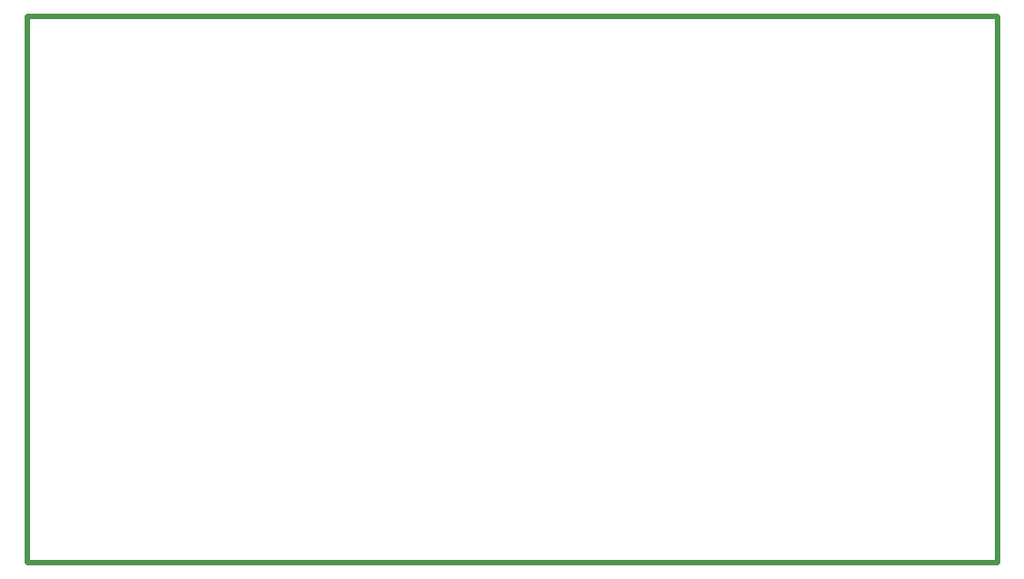
<source format=gm1>
G04*
G04 #@! TF.GenerationSoftware,Altium Limited,Altium Designer,22.1.2 (22)*
G04*
G04 Layer_Color=16711935*
%FSLAX25Y25*%
%MOIN*%
G70*
G04*
G04 #@! TF.SameCoordinates,7B28BA5E-EB16-4CEF-8106-4BD257A4405A*
G04*
G04*
G04 #@! TF.FilePolarity,Positive*
G04*
G01*
G75*
%ADD38C,0.01968*%
D38*
X-355004Y10327D02*
X-4D01*
X-355004Y-189673D02*
Y10327D01*
X-4Y-189673D02*
Y10327D01*
X-355004Y-189673D02*
X-4D01*
M02*

</source>
